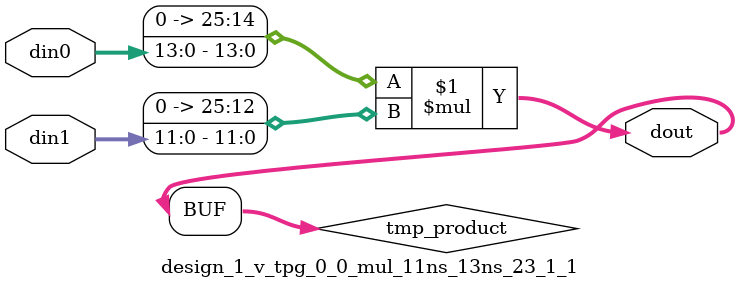
<source format=v>

`timescale 1 ns / 1 ps

 module design_1_v_tpg_0_0_mul_11ns_13ns_23_1_1(din0, din1, dout);
parameter ID = 1;
parameter NUM_STAGE = 0;
parameter din0_WIDTH = 14;
parameter din1_WIDTH = 12;
parameter dout_WIDTH = 26;

input [din0_WIDTH - 1 : 0] din0; 
input [din1_WIDTH - 1 : 0] din1; 
output [dout_WIDTH - 1 : 0] dout;

wire signed [dout_WIDTH - 1 : 0] tmp_product;
























assign tmp_product = $signed({1'b0, din0}) * $signed({1'b0, din1});











assign dout = tmp_product;





















endmodule

</source>
